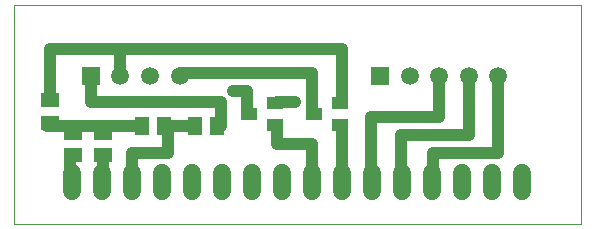
<source format=gtl>
G75*
%MOIN*%
%OFA0B0*%
%FSLAX25Y25*%
%IPPOS*%
%LPD*%
%AMOC8*
5,1,8,0,0,1.08239X$1,22.5*
%
%ADD10C,0.00000*%
%ADD11C,0.06000*%
%ADD12R,0.05937X0.05937*%
%ADD13C,0.05937*%
%ADD14R,0.05906X0.05118*%
%ADD15R,0.05118X0.05906*%
%ADD16R,0.05512X0.03937*%
%ADD17C,0.04000*%
%ADD18C,0.03569*%
D10*
X0001610Y0001000D02*
X0190586Y0001000D01*
X0190586Y0073835D01*
X0001610Y0073835D01*
X0001610Y0001000D01*
D11*
X0020921Y0011780D02*
X0020921Y0017780D01*
X0030921Y0017780D02*
X0030921Y0011780D01*
X0040921Y0011780D02*
X0040921Y0017780D01*
X0050921Y0017780D02*
X0050921Y0011780D01*
X0060921Y0011780D02*
X0060921Y0017780D01*
X0070921Y0017780D02*
X0070921Y0011780D01*
X0080921Y0011780D02*
X0080921Y0017780D01*
X0090921Y0017780D02*
X0090921Y0011780D01*
X0100921Y0011780D02*
X0100921Y0017780D01*
X0110921Y0017780D02*
X0110921Y0011780D01*
X0120921Y0011780D02*
X0120921Y0017780D01*
X0130921Y0017780D02*
X0130921Y0011780D01*
X0140921Y0011780D02*
X0140921Y0017780D01*
X0150921Y0017780D02*
X0150921Y0011780D01*
X0160921Y0011780D02*
X0160921Y0017780D01*
X0170921Y0017780D02*
X0170921Y0011780D01*
D12*
X0123657Y0050213D03*
X0027200Y0050213D03*
D13*
X0037043Y0050213D03*
X0046885Y0050213D03*
X0056728Y0050213D03*
X0133500Y0050213D03*
X0143342Y0050213D03*
X0153185Y0050213D03*
X0163027Y0050213D03*
D14*
X0031137Y0031315D03*
X0021295Y0031315D03*
X0013421Y0034661D03*
X0013421Y0042142D03*
X0021295Y0023835D03*
X0031137Y0023835D03*
D15*
X0044130Y0033480D03*
X0051610Y0033480D03*
X0061846Y0033480D03*
X0069326Y0033480D03*
D16*
X0079956Y0037417D03*
X0088618Y0033677D03*
X0101610Y0037417D03*
X0110271Y0041157D03*
X0110271Y0033677D03*
X0088618Y0041157D03*
D17*
X0089208Y0041354D02*
X0095114Y0041354D01*
X0101019Y0037417D02*
X0101019Y0051197D01*
X0056728Y0051197D01*
X0056728Y0050213D01*
X0074445Y0045291D02*
X0079366Y0045291D01*
X0079366Y0037417D01*
X0070507Y0041354D02*
X0070507Y0033480D01*
X0060665Y0033480D02*
X0052791Y0033480D01*
X0052791Y0024622D01*
X0040980Y0024622D01*
X0040980Y0014780D01*
X0031137Y0014780D02*
X0031137Y0022654D01*
X0021295Y0023638D02*
X0020311Y0023638D01*
X0020311Y0014780D01*
X0012437Y0033480D02*
X0030153Y0033480D01*
X0029169Y0033480D02*
X0042948Y0033480D01*
X0027200Y0041354D02*
X0027200Y0050213D01*
X0037043Y0050213D02*
X0037043Y0058087D01*
X0013421Y0059071D02*
X0110862Y0059071D01*
X0110862Y0042339D01*
X0110862Y0041354D02*
X0110862Y0058087D01*
X0143342Y0050213D02*
X0143342Y0036433D01*
X0120704Y0036433D01*
X0120704Y0012811D01*
X0130547Y0013795D02*
X0130547Y0030528D01*
X0153185Y0030528D01*
X0153185Y0050213D01*
X0162043Y0050213D02*
X0163027Y0050213D01*
X0163027Y0024622D01*
X0141374Y0024622D01*
X0141374Y0014780D01*
X0110862Y0013795D02*
X0110862Y0033480D01*
X0101019Y0027575D02*
X0089208Y0027575D01*
X0089208Y0033480D01*
X0101019Y0027575D02*
X0101019Y0014780D01*
X0070507Y0041354D02*
X0027200Y0041354D01*
X0013421Y0043323D02*
X0013421Y0059071D01*
D18*
X0074445Y0045291D03*
X0095114Y0041354D03*
M02*

</source>
